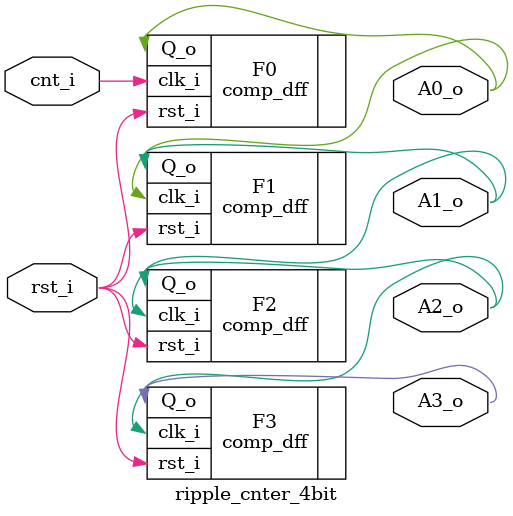
<source format=v>

`include "rtl/src/comp_dff.v"

module ripple_cnter_4bit (
    // OUTPUTS
    output A3_o
    ,output A2_o
    ,output A1_o
    ,output A0_o

    // INPUTS
    ,input cnt_i
    ,input rst_i
    );

    // Init comp dffs.
    comp_dff F0 (
        // OUTPUTS
        .Q_o(A0_o)

        // INPUTS
        ,.clk_i(cnt_i)
        ,.rst_i(rst_i)
    );

    comp_dff F1 (
        // OUTPUTS
        .Q_o(A1_o)

        // INPUTS
        ,.clk_i(A0_o)
        ,.rst_i(rst_i)
    );

    comp_dff F2 (
        // OUTPUTS
        .Q_o(A2_o)

        // INPUTS
        ,.clk_i(A1_o)
        ,.rst_i(rst_i)
    );

    comp_dff F3 (
        // OUTPUTS
        .Q_o(A3_o)

        // INPUTS
        ,.clk_i(A2_o)
        ,.rst_i(rst_i)
    );
endmodule

</source>
